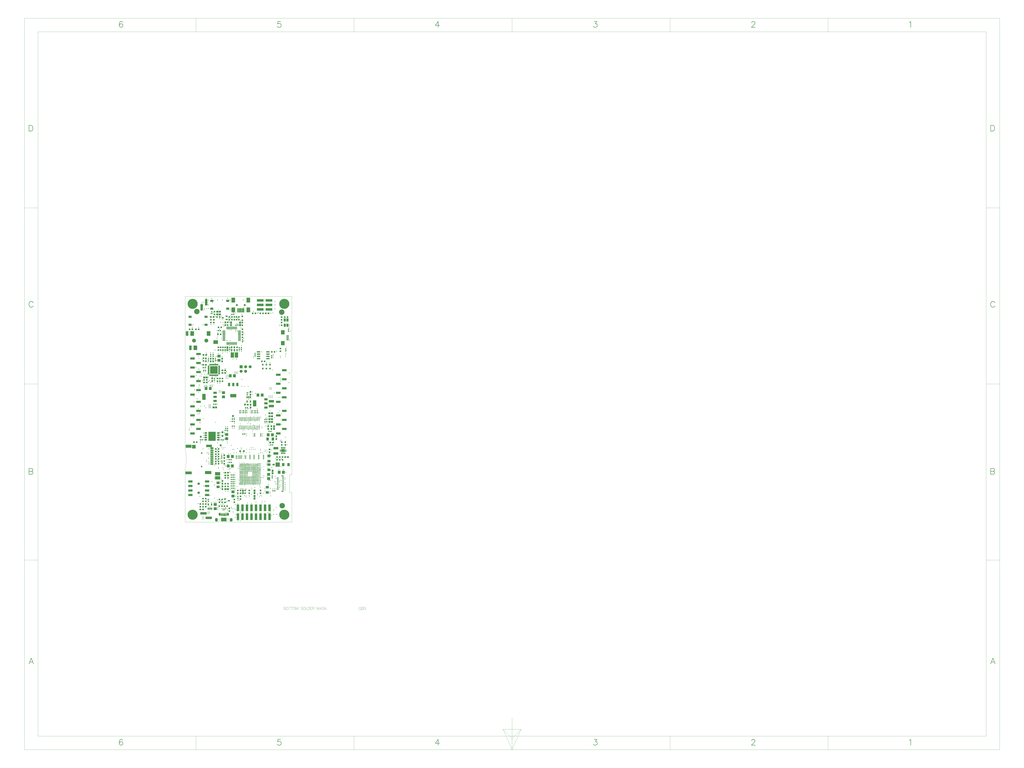
<source format=gbs>
G04*
G04 #@! TF.GenerationSoftware,Altium Limited,Altium Designer,20.2.6 (244)*
G04*
G04 Layer_Color=16711935*
%FSLAX43Y43*%
%MOMM*%
G71*
G04*
G04 #@! TF.SameCoordinates,ADE9251E-79DE-46AD-AD66-6379AD971F3A*
G04*
G04*
G04 #@! TF.FilePolarity,Negative*
G04*
G01*
G75*
%ADD14C,0.102*%
%ADD15C,0.025*%
%ADD16C,0.254*%
%ADD20R,0.965X1.041*%
%ADD21C,0.305*%
%ADD22R,0.711X0.711*%
%ADD23R,0.940X0.965*%
%ADD24R,0.965X0.940*%
%ADD25C,3.048*%
%ADD26C,1.346*%
%ADD27C,2.159*%
%ADD28C,0.864*%
%ADD29O,1.549X2.057*%
%ADD30O,1.219X1.753*%
%ADD31C,1.143*%
%ADD32C,5.664*%
%ADD33C,1.676*%
%ADD34R,1.676X1.676*%
%ADD35C,0.457*%
%ADD36C,0.406*%
%ADD37C,0.356*%
%ADD137R,1.956X2.845*%
%ADD138R,2.845X1.956*%
%ADD139R,1.753X1.448*%
%ADD140R,1.422X3.835*%
%ADD141R,3.835X1.422*%
%ADD142R,1.422X3.581*%
%ADD143R,3.581X1.422*%
%ADD144C,1.168*%
%ADD145R,2.565X1.168*%
%ADD146R,2.438X1.168*%
%ADD147R,0.787X1.295*%
%ADD148R,1.295X0.787*%
%ADD149R,1.168X1.956*%
%ADD150R,3.454X1.956*%
%ADD151R,1.956X3.454*%
%ADD152R,1.956X1.168*%
%ADD153R,0.559X0.940*%
%ADD154P,0.192X8X22.5*%
%ADD155R,1.930X0.711*%
%ADD156R,0.965X0.965*%
%ADD157O,0.965X0.432*%
%ADD158O,0.432X0.965*%
%ADD159R,4.267X4.267*%
%ADD160R,1.372X2.642*%
%ADD161R,2.159X2.642*%
%ADD162R,2.642X2.159*%
%ADD163R,1.676X1.168*%
%ADD164R,2.057X2.108*%
%ADD165R,3.658X1.753*%
%ADD166R,3.251X1.346*%
%ADD167R,1.753X0.965*%
%ADD168R,1.753X0.991*%
%ADD169R,3.581X1.549*%
%ADD170R,3.226X1.676*%
%ADD171R,0.559X1.499*%
%ADD172R,3.048X2.159*%
%ADD173R,2.159X2.667*%
%ADD174R,0.660X2.413*%
%ADD175R,0.432X1.499*%
%ADD176R,1.499X0.432*%
%ADD177R,1.270X1.651*%
%ADD178R,1.450X0.900*%
%ADD179R,4.100X5.100*%
%ADD180C,0.500*%
%ADD181R,0.965X0.457*%
%ADD182R,1.270X0.559*%
%ADD183R,2.159X2.337*%
%ADD184R,1.397X0.432*%
%ADD185R,1.295X0.965*%
%ADD186R,2.438X2.413*%
%ADD187R,2.900X1.450*%
%ADD188R,1.700X1.550*%
%ADD189C,0.559*%
%ADD190C,0.401*%
%ADD191R,2.692X1.321*%
%ADD192R,1.321X1.676*%
%ADD193R,1.676X1.321*%
%ADD194R,1.041X0.965*%
%ADD195R,1.550X1.700*%
G36*
X24638Y18034D02*
X23717D01*
X23209Y18542D01*
X23717Y19050D01*
X24638D01*
Y18034D01*
D02*
G37*
G36*
X23095Y18682D02*
X22953Y18540D01*
X23459Y18034D01*
X22098D01*
Y19050D01*
X23463D01*
X23095Y18682D01*
D02*
G37*
G36*
X33020Y16923D02*
X32652Y17291D01*
X32510Y17433D01*
X32004Y16927D01*
Y18288D01*
X33020D01*
Y16923D01*
D02*
G37*
G36*
Y16669D02*
Y15748D01*
X32004D01*
Y16669D01*
X32512Y17177D01*
X33020Y16669D01*
D02*
G37*
G36*
X39497Y14319D02*
X38989Y13811D01*
X38481Y14319D01*
Y15240D01*
X39497D01*
Y14319D01*
D02*
G37*
G36*
X38849Y13697D02*
X38991Y13555D01*
X39497Y14061D01*
Y12700D01*
X38481D01*
Y14065D01*
X38849Y13697D01*
D02*
G37*
G36*
X39497Y16923D02*
X39129Y17291D01*
X38987Y17433D01*
X38481Y16927D01*
Y18288D01*
X39497D01*
Y16923D01*
D02*
G37*
G36*
Y16669D02*
Y15748D01*
X38481D01*
Y16669D01*
X38989Y17177D01*
X39497Y16669D01*
D02*
G37*
G36*
X49657Y28543D02*
X49149Y28035D01*
X48641Y28543D01*
Y29464D01*
X49657D01*
Y28543D01*
D02*
G37*
G36*
X49009Y27921D02*
X49151Y27779D01*
X49657Y28285D01*
Y26924D01*
X48641D01*
Y28289D01*
X49009Y27921D01*
D02*
G37*
G36*
X56118Y40784D02*
X57018D01*
Y40384D01*
X56118D01*
Y40134D01*
X57018D01*
Y39734D01*
X56118D01*
Y39459D01*
X54118D01*
Y39734D01*
X53218D01*
Y40134D01*
X54118D01*
Y40384D01*
X53218D01*
Y40784D01*
X54118D01*
Y41059D01*
X56118D01*
Y40784D01*
D02*
G37*
G36*
X50546Y53118D02*
X50178Y53486D01*
X50036Y53628D01*
X49530Y53122D01*
Y54483D01*
X50546D01*
Y53118D01*
D02*
G37*
G36*
Y52864D02*
Y51943D01*
X49530D01*
Y52864D01*
X50038Y53372D01*
X50546Y52864D01*
D02*
G37*
G36*
X49403Y57404D02*
X48482D01*
X47974Y57912D01*
X48482Y58420D01*
X49403D01*
Y57404D01*
D02*
G37*
G36*
X47860Y58052D02*
X47718Y57910D01*
X48224Y57404D01*
X46863D01*
Y58420D01*
X48228D01*
X47860Y58052D01*
D02*
G37*
G36*
X49403Y55880D02*
X48482D01*
X47974Y56388D01*
X48482Y56896D01*
X49403D01*
Y55880D01*
D02*
G37*
G36*
X47860Y56528D02*
X47718Y56386D01*
X48224Y55880D01*
X46863D01*
Y56896D01*
X48228D01*
X47860Y56528D01*
D02*
G37*
G36*
X20066Y117856D02*
X18701D01*
X19069Y118224D01*
X19211Y118366D01*
X18705Y118872D01*
X20066D01*
Y117856D01*
D02*
G37*
G36*
X18955Y118364D02*
X18447Y117856D01*
X17526D01*
Y118872D01*
X18447D01*
X18955Y118364D01*
D02*
G37*
G36*
X20066Y116332D02*
X19145D01*
X18637Y116840D01*
X19145Y117348D01*
X20066D01*
Y116332D01*
D02*
G37*
G36*
X18523Y116980D02*
X18381Y116838D01*
X18887Y116332D01*
X17526D01*
Y117348D01*
X18891D01*
X18523Y116980D01*
D02*
G37*
G36*
X26289Y111982D02*
X25781Y111474D01*
X25273Y111982D01*
Y112903D01*
X26289D01*
Y111982D01*
D02*
G37*
G36*
X31369Y111411D02*
X31001Y111779D01*
X30859Y111921D01*
X30353Y111415D01*
Y112776D01*
X31369D01*
Y111411D01*
D02*
G37*
G36*
X25641Y111360D02*
X25783Y111218D01*
X26289Y111724D01*
Y110363D01*
X25273D01*
Y111728D01*
X25641Y111360D01*
D02*
G37*
G36*
X31369Y111157D02*
Y110236D01*
X30353D01*
Y111157D01*
X30861Y111665D01*
X31369Y111157D01*
D02*
G37*
G36*
X24257Y97885D02*
X23749Y97377D01*
X23241Y97885D01*
Y98806D01*
X24257D01*
Y97885D01*
D02*
G37*
G36*
X23609Y97263D02*
X23751Y97121D01*
X24257Y97627D01*
Y96266D01*
X23241D01*
Y97631D01*
X23609Y97263D01*
D02*
G37*
G36*
X12700Y80899D02*
X11335D01*
X11703Y81267D01*
X11845Y81409D01*
X11339Y81915D01*
X12700D01*
Y80899D01*
D02*
G37*
G36*
X11589Y81407D02*
X11081Y80899D01*
X10160D01*
Y81915D01*
X11081D01*
X11589Y81407D01*
D02*
G37*
G36*
X17907Y64008D02*
X16542D01*
X16910Y64376D01*
X17052Y64518D01*
X16546Y65024D01*
X17907D01*
Y64008D01*
D02*
G37*
G36*
X16796Y64516D02*
X16288Y64008D01*
X15367D01*
Y65024D01*
X16288D01*
X16796Y64516D01*
D02*
G37*
G36*
X49403Y60706D02*
X48482D01*
X47974Y61214D01*
X48482Y61722D01*
X49403D01*
Y60706D01*
D02*
G37*
G36*
X47860Y61354D02*
X47718Y61212D01*
X48224Y60706D01*
X46863D01*
Y61722D01*
X48228D01*
X47860Y61354D01*
D02*
G37*
G36*
X49403Y59055D02*
X48482D01*
X47974Y59563D01*
X48482Y60071D01*
X49403D01*
Y59055D01*
D02*
G37*
G36*
X47860Y59703D02*
X47718Y59561D01*
X48224Y59055D01*
X46863D01*
Y60071D01*
X48228D01*
X47860Y59703D01*
D02*
G37*
D14*
X97403Y-49145D02*
X97330Y-49217D01*
X97403Y-49290D01*
X97475Y-49217D01*
X97403Y-49145D01*
X98897Y-48129D02*
X98825Y-47984D01*
X98680Y-47839D01*
X98534Y-47766D01*
X98244D01*
X98099Y-47839D01*
X97954Y-47984D01*
X97881Y-48129D01*
X97809Y-48347D01*
Y-48710D01*
X97881Y-48927D01*
X97954Y-49072D01*
X98099Y-49217D01*
X98244Y-49290D01*
X98534D01*
X98680Y-49217D01*
X98825Y-49072D01*
X98897Y-48927D01*
Y-48710D01*
X98534D02*
X98897D01*
X99245Y-47766D02*
Y-49290D01*
Y-47766D02*
X99898D01*
X100116Y-47839D01*
X100189Y-47911D01*
X100261Y-48057D01*
Y-48202D01*
X100189Y-48347D01*
X100116Y-48419D01*
X99898Y-48492D01*
X99245D02*
X99898D01*
X100116Y-48564D01*
X100189Y-48637D01*
X100261Y-48782D01*
Y-49000D01*
X100189Y-49145D01*
X100116Y-49217D01*
X99898Y-49290D01*
X99245D01*
X101618Y-47984D02*
X101473Y-47839D01*
X101255Y-47766D01*
X100965D01*
X100747Y-47839D01*
X100602Y-47984D01*
Y-48129D01*
X100675Y-48274D01*
X100747Y-48347D01*
X100892Y-48419D01*
X101328Y-48564D01*
X101473Y-48637D01*
X101546Y-48710D01*
X101618Y-48855D01*
Y-49072D01*
X101473Y-49217D01*
X101255Y-49290D01*
X100965D01*
X100747Y-49217D01*
X100602Y-49072D01*
X55499Y-47752D02*
Y-49276D01*
Y-47752D02*
X56152D01*
X56370Y-47825D01*
X56442Y-47897D01*
X56515Y-48043D01*
Y-48188D01*
X56442Y-48333D01*
X56370Y-48405D01*
X56152Y-48478D01*
X55499D02*
X56152D01*
X56370Y-48550D01*
X56442Y-48623D01*
X56515Y-48768D01*
Y-48986D01*
X56442Y-49131D01*
X56370Y-49203D01*
X56152Y-49276D01*
X55499D01*
X57291Y-47752D02*
X57146Y-47825D01*
X57001Y-47970D01*
X56928Y-48115D01*
X56856Y-48333D01*
Y-48696D01*
X56928Y-48913D01*
X57001Y-49058D01*
X57146Y-49203D01*
X57291Y-49276D01*
X57581D01*
X57726Y-49203D01*
X57872Y-49058D01*
X57944Y-48913D01*
X58017Y-48696D01*
Y-48333D01*
X57944Y-48115D01*
X57872Y-47970D01*
X57726Y-47825D01*
X57581Y-47752D01*
X57291D01*
X58880D02*
Y-49276D01*
X58372Y-47752D02*
X59388D01*
X60077D02*
Y-49276D01*
X59569Y-47752D02*
X60585D01*
X61202D02*
X61057Y-47825D01*
X60912Y-47970D01*
X60839Y-48115D01*
X60767Y-48333D01*
Y-48696D01*
X60839Y-48913D01*
X60912Y-49058D01*
X61057Y-49203D01*
X61202Y-49276D01*
X61492D01*
X61637Y-49203D01*
X61782Y-49058D01*
X61855Y-48913D01*
X61927Y-48696D01*
Y-48333D01*
X61855Y-48115D01*
X61782Y-47970D01*
X61637Y-47825D01*
X61492Y-47752D01*
X61202D01*
X62283D02*
Y-49276D01*
Y-47752D02*
X62863Y-49276D01*
X63444Y-47752D02*
X62863Y-49276D01*
X63444Y-47752D02*
Y-49276D01*
X66092Y-47970D02*
X65947Y-47825D01*
X65729Y-47752D01*
X65439D01*
X65221Y-47825D01*
X65076Y-47970D01*
Y-48115D01*
X65149Y-48260D01*
X65221Y-48333D01*
X65367Y-48405D01*
X65802Y-48550D01*
X65947Y-48623D01*
X66020Y-48696D01*
X66092Y-48841D01*
Y-49058D01*
X65947Y-49203D01*
X65729Y-49276D01*
X65439D01*
X65221Y-49203D01*
X65076Y-49058D01*
X66869Y-47752D02*
X66723Y-47825D01*
X66578Y-47970D01*
X66506Y-48115D01*
X66433Y-48333D01*
Y-48696D01*
X66506Y-48913D01*
X66578Y-49058D01*
X66723Y-49203D01*
X66869Y-49276D01*
X67159D01*
X67304Y-49203D01*
X67449Y-49058D01*
X67522Y-48913D01*
X67594Y-48696D01*
Y-48333D01*
X67522Y-48115D01*
X67449Y-47970D01*
X67304Y-47825D01*
X67159Y-47752D01*
X66869D01*
X67950D02*
Y-49276D01*
X68820D01*
X68987Y-47752D02*
Y-49276D01*
Y-47752D02*
X69495D01*
X69713Y-47825D01*
X69858Y-47970D01*
X69930Y-48115D01*
X70003Y-48333D01*
Y-48696D01*
X69930Y-48913D01*
X69858Y-49058D01*
X69713Y-49203D01*
X69495Y-49276D01*
X68987D01*
X71287Y-47752D02*
X70344D01*
Y-49276D01*
X71287D01*
X70344Y-48478D02*
X70924D01*
X71541Y-47752D02*
Y-49276D01*
Y-47752D02*
X72194D01*
X72412Y-47825D01*
X72484Y-47897D01*
X72557Y-48043D01*
Y-48188D01*
X72484Y-48333D01*
X72412Y-48405D01*
X72194Y-48478D01*
X71541D01*
X72049D02*
X72557Y-49276D01*
X74095Y-47752D02*
Y-49276D01*
Y-47752D02*
X74676Y-49276D01*
X75256Y-47752D02*
X74676Y-49276D01*
X75256Y-47752D02*
Y-49276D01*
X76852D02*
X76272Y-47752D01*
X75691Y-49276D01*
X75909Y-48768D02*
X76635D01*
X78224Y-47970D02*
X78078Y-47825D01*
X77861Y-47752D01*
X77571D01*
X77353Y-47825D01*
X77208Y-47970D01*
Y-48115D01*
X77280Y-48260D01*
X77353Y-48333D01*
X77498Y-48405D01*
X77933Y-48550D01*
X78078Y-48623D01*
X78151Y-48696D01*
X78224Y-48841D01*
Y-49058D01*
X78078Y-49203D01*
X77861Y-49276D01*
X77571D01*
X77353Y-49203D01*
X77208Y-49058D01*
X78565Y-47752D02*
Y-49276D01*
X79580Y-47752D02*
X78565Y-48768D01*
X78927Y-48405D02*
X79580Y-49276D01*
D15*
X59746Y26797D02*
G03*
X60000Y27051I0J254D01*
G01*
X0Y29845D02*
G03*
X0Y41402I-25591J5779D01*
G01*
X60000Y16510D02*
G03*
X59746Y16764I-254J0D01*
G01*
X58713Y17018D02*
G03*
X58967Y16764I254J0D01*
G01*
Y26797D02*
G03*
X58713Y26543I0J-254D01*
G01*
X-90424Y-128016D02*
Y283464D01*
X458216D01*
Y-128016D02*
Y283464D01*
X-90424Y-128016D02*
X458216D01*
X183896Y275844D02*
Y283464D01*
Y-128016D02*
X188976Y-116586D01*
X178816D02*
X188976D01*
X178816D02*
X183896Y-128016D01*
Y-110236D01*
Y-121666D02*
X188976Y-116586D01*
X178816D02*
X183896Y-121666D01*
X450596Y176784D02*
X458216D01*
X450596Y77724D02*
X458216D01*
X450596Y-21336D02*
X458216D01*
X361696Y-128016D02*
Y-120396D01*
X272796Y-128016D02*
Y-120396D01*
X183896Y-128016D02*
Y-120396D01*
X94996Y-128016D02*
Y-120396D01*
X6096Y-128016D02*
Y-120396D01*
X361696Y275844D02*
Y283464D01*
X272796Y275844D02*
Y283464D01*
X94996Y275844D02*
Y283464D01*
X6096Y275844D02*
Y283464D01*
X-90424Y176784D02*
X-82804D01*
X-90424Y77724D02*
X-82804D01*
X-90424Y-21336D02*
X-82804D01*
X326136Y-120396D02*
X450596D01*
Y123444D01*
X-82804Y275844D02*
X450596D01*
Y82804D02*
Y275844D01*
Y123444D02*
Y219964D01*
X-82804Y-120396D02*
X326136D01*
X-82804D02*
Y275844D01*
X-90424Y-21336D02*
X-82804D01*
X450596Y77724D02*
X458216D01*
X361696Y275844D02*
Y283464D01*
X-90424Y176784D02*
X-82804D01*
X6096Y-128016D02*
Y-120396D01*
X450596Y-21336D02*
X458216D01*
X326136Y-120396D02*
X450596D01*
Y123444D01*
X-90424Y-128016D02*
Y283464D01*
X458216D01*
Y-128016D02*
Y283464D01*
X-90424Y-128016D02*
X458216D01*
X272796D02*
Y-120396D01*
X-82804D02*
Y275844D01*
X183896Y-128016D02*
Y-120396D01*
Y-121666D02*
X188976Y-116586D01*
X178816D02*
X183896Y-121666D01*
Y-128016D02*
X188976Y-116586D01*
X178816D02*
X188976D01*
X178816D02*
X183896Y-128016D01*
Y-110236D01*
X361696Y-128016D02*
Y-120396D01*
X-90424Y77724D02*
X-82804D01*
X272796Y275844D02*
Y283464D01*
X450596Y176784D02*
X458216D01*
X94996Y275844D02*
Y283464D01*
X183896Y275844D02*
Y283464D01*
X450596Y123444D02*
Y219964D01*
X-82804Y275844D02*
X450596D01*
Y82804D02*
Y275844D01*
X6096D02*
Y283464D01*
X-82804Y-120396D02*
X326136D01*
X94996Y-128016D02*
Y-120396D01*
X0Y41402D02*
Y127000D01*
X60000D01*
Y27051D02*
Y127000D01*
Y27051D02*
Y127000D01*
X0D02*
X60000D01*
X0Y41402D02*
Y127000D01*
Y0D02*
Y29845D01*
Y0D02*
X18917D01*
Y1785D01*
X19017Y1885D01*
X19667D01*
X19767Y1785D01*
Y0D02*
Y1785D01*
Y0D02*
X23667D01*
Y1785D01*
X23767Y1885D01*
X24417D01*
X24517Y1785D01*
Y0D02*
Y1785D01*
Y0D02*
X60000D01*
Y16510D01*
X58967Y16764D02*
X59746D01*
X58713Y17018D02*
Y26543D01*
X58967Y26797D02*
X59746D01*
X58967D02*
X59746D01*
D16*
X453136Y223265D02*
Y219964D01*
Y223265D02*
X454236D01*
X454708Y223108D01*
X455022Y222794D01*
X455180Y222479D01*
X455337Y222008D01*
Y221222D01*
X455180Y220750D01*
X455022Y220436D01*
X454708Y220121D01*
X454236Y219964D01*
X453136D01*
X455494Y123419D02*
X455337Y123734D01*
X455022Y124048D01*
X454708Y124205D01*
X454079D01*
X453765Y124048D01*
X453450Y123734D01*
X453293Y123419D01*
X453136Y122948D01*
Y122162D01*
X453293Y121690D01*
X453450Y121376D01*
X453765Y121061D01*
X454079Y120904D01*
X454708D01*
X455022Y121061D01*
X455337Y121376D01*
X455494Y121690D01*
X453136Y30225D02*
Y26924D01*
Y30225D02*
X454551D01*
X455022Y30068D01*
X455180Y29911D01*
X455337Y29596D01*
Y29282D01*
X455180Y28968D01*
X455022Y28810D01*
X454551Y28653D01*
X453136D02*
X454551D01*
X455022Y28496D01*
X455180Y28339D01*
X455337Y28024D01*
Y27553D01*
X455180Y27238D01*
X455022Y27081D01*
X454551Y26924D01*
X453136D01*
X455651Y-79756D02*
X454394Y-76455D01*
X453136Y-79756D01*
X453608Y-78656D02*
X455180D01*
X407416Y-122804D02*
X407730Y-122646D01*
X408202Y-122175D01*
Y-125476D01*
X318673Y-122961D02*
Y-122804D01*
X318830Y-122489D01*
X318988Y-122332D01*
X319302Y-122175D01*
X319931D01*
X320245Y-122332D01*
X320402Y-122489D01*
X320560Y-122804D01*
Y-123118D01*
X320402Y-123432D01*
X320088Y-123904D01*
X318516Y-125476D01*
X320717D01*
X229930Y-122175D02*
X231660D01*
X230716Y-123432D01*
X231188D01*
X231502Y-123590D01*
X231660Y-123747D01*
X231817Y-124218D01*
Y-124533D01*
X231660Y-125004D01*
X231345Y-125319D01*
X230874Y-125476D01*
X230402D01*
X229930Y-125319D01*
X229773Y-125162D01*
X229616Y-124847D01*
X142288Y-122175D02*
X140716Y-124376D01*
X143074D01*
X142288Y-122175D02*
Y-125476D01*
X53702Y-122175D02*
X52130D01*
X51973Y-123590D01*
X52130Y-123432D01*
X52602Y-123275D01*
X53074D01*
X53545Y-123432D01*
X53860Y-123747D01*
X54017Y-124218D01*
Y-124533D01*
X53860Y-125004D01*
X53545Y-125319D01*
X53074Y-125476D01*
X52602D01*
X52130Y-125319D01*
X51973Y-125162D01*
X51816Y-124847D01*
X-35198Y-122646D02*
X-35355Y-122332D01*
X-35826Y-122175D01*
X-36141D01*
X-36612Y-122332D01*
X-36927Y-122804D01*
X-37084Y-123590D01*
Y-124376D01*
X-36927Y-125004D01*
X-36612Y-125319D01*
X-36141Y-125476D01*
X-35984D01*
X-35512Y-125319D01*
X-35198Y-125004D01*
X-35040Y-124533D01*
Y-124376D01*
X-35198Y-123904D01*
X-35512Y-123590D01*
X-35984Y-123432D01*
X-36141D01*
X-36612Y-123590D01*
X-36927Y-123904D01*
X-37084Y-124376D01*
X407416Y281056D02*
X407730Y281214D01*
X408202Y281685D01*
Y278384D01*
X318673Y280899D02*
Y281056D01*
X318830Y281371D01*
X318988Y281528D01*
X319302Y281685D01*
X319931D01*
X320245Y281528D01*
X320402Y281371D01*
X320560Y281056D01*
Y280742D01*
X320402Y280428D01*
X320088Y279956D01*
X318516Y278384D01*
X320717D01*
X229930Y281685D02*
X231660D01*
X230716Y280428D01*
X231188D01*
X231502Y280270D01*
X231660Y280113D01*
X231817Y279642D01*
Y279327D01*
X231660Y278856D01*
X231345Y278541D01*
X230874Y278384D01*
X230402D01*
X229930Y278541D01*
X229773Y278698D01*
X229616Y279013D01*
X142288Y281685D02*
X140716Y279484D01*
X143074D01*
X142288Y281685D02*
Y278384D01*
X53702Y281685D02*
X52130D01*
X51973Y280270D01*
X52130Y280428D01*
X52602Y280585D01*
X53074D01*
X53545Y280428D01*
X53860Y280113D01*
X54017Y279642D01*
Y279327D01*
X53860Y278856D01*
X53545Y278541D01*
X53074Y278384D01*
X52602D01*
X52130Y278541D01*
X51973Y278698D01*
X51816Y279013D01*
X-35198Y281214D02*
X-35355Y281528D01*
X-35826Y281685D01*
X-36141D01*
X-36612Y281528D01*
X-36927Y281056D01*
X-37084Y280270D01*
Y279484D01*
X-36927Y278856D01*
X-36612Y278541D01*
X-36141Y278384D01*
X-35984D01*
X-35512Y278541D01*
X-35198Y278856D01*
X-35040Y279327D01*
Y279484D01*
X-35198Y279956D01*
X-35512Y280270D01*
X-35984Y280428D01*
X-36141D01*
X-36612Y280270D01*
X-36927Y279956D01*
X-37084Y279484D01*
X-85369Y-79756D02*
X-86626Y-76455D01*
X-87884Y-79756D01*
X-87412Y-78656D02*
X-85840D01*
X-87884Y30225D02*
Y26924D01*
Y30225D02*
X-86469D01*
X-85998Y30068D01*
X-85840Y29911D01*
X-85683Y29596D01*
Y29282D01*
X-85840Y28968D01*
X-85998Y28810D01*
X-86469Y28653D01*
X-87884D02*
X-86469D01*
X-85998Y28496D01*
X-85840Y28339D01*
X-85683Y28024D01*
Y27553D01*
X-85840Y27238D01*
X-85998Y27081D01*
X-86469Y26924D01*
X-87884D01*
X-85526Y123419D02*
X-85683Y123734D01*
X-85998Y124048D01*
X-86312Y124205D01*
X-86941D01*
X-87255Y124048D01*
X-87570Y123734D01*
X-87727Y123419D01*
X-87884Y122948D01*
Y122162D01*
X-87727Y121690D01*
X-87570Y121376D01*
X-87255Y121061D01*
X-86941Y120904D01*
X-86312D01*
X-85998Y121061D01*
X-85683Y121376D01*
X-85526Y121690D01*
X-87884Y223265D02*
Y219964D01*
Y223265D02*
X-86784D01*
X-86312Y223108D01*
X-85998Y222794D01*
X-85840Y222479D01*
X-85683Y222008D01*
Y221222D01*
X-85840Y220750D01*
X-85998Y220436D01*
X-86312Y220121D01*
X-86784Y219964D01*
X-87884D01*
X-85369Y-79756D02*
X-86626Y-76455D01*
X-87884Y-79756D01*
X-87412Y-78656D02*
X-85840D01*
X453136Y223265D02*
Y219964D01*
Y223265D02*
X454236D01*
X454708Y223108D01*
X455022Y222794D01*
X455180Y222479D01*
X455337Y222008D01*
Y221222D01*
X455180Y220750D01*
X455022Y220436D01*
X454708Y220121D01*
X454236Y219964D01*
X453136D01*
X-85526Y123419D02*
X-85683Y123734D01*
X-85998Y124048D01*
X-86312Y124205D01*
X-86941D01*
X-87255Y124048D01*
X-87570Y123734D01*
X-87727Y123419D01*
X-87884Y122948D01*
Y122162D01*
X-87727Y121690D01*
X-87570Y121376D01*
X-87255Y121061D01*
X-86941Y120904D01*
X-86312D01*
X-85998Y121061D01*
X-85683Y121376D01*
X-85526Y121690D01*
X407416Y281056D02*
X407730Y281214D01*
X408202Y281685D01*
Y278384D01*
X53702Y-122175D02*
X52130D01*
X51973Y-123590D01*
X52130Y-123432D01*
X52602Y-123275D01*
X53074D01*
X53545Y-123432D01*
X53860Y-123747D01*
X54017Y-124218D01*
Y-124533D01*
X53860Y-125004D01*
X53545Y-125319D01*
X53074Y-125476D01*
X52602D01*
X52130Y-125319D01*
X51973Y-125162D01*
X51816Y-124847D01*
X455494Y123419D02*
X455337Y123734D01*
X455022Y124048D01*
X454708Y124205D01*
X454079D01*
X453765Y124048D01*
X453450Y123734D01*
X453293Y123419D01*
X453136Y122948D01*
Y122162D01*
X453293Y121690D01*
X453450Y121376D01*
X453765Y121061D01*
X454079Y120904D01*
X454708D01*
X455022Y121061D01*
X455337Y121376D01*
X455494Y121690D01*
X142288Y-122175D02*
X140716Y-124376D01*
X143074D01*
X142288Y-122175D02*
Y-125476D01*
X318673Y280899D02*
Y281056D01*
X318830Y281371D01*
X318988Y281528D01*
X319302Y281685D01*
X319931D01*
X320245Y281528D01*
X320402Y281371D01*
X320560Y281056D01*
Y280742D01*
X320402Y280428D01*
X320088Y279956D01*
X318516Y278384D01*
X320717D01*
X-35198Y281214D02*
X-35355Y281528D01*
X-35826Y281685D01*
X-36141D01*
X-36612Y281528D01*
X-36927Y281056D01*
X-37084Y280270D01*
Y279484D01*
X-36927Y278856D01*
X-36612Y278541D01*
X-36141Y278384D01*
X-35984D01*
X-35512Y278541D01*
X-35198Y278856D01*
X-35040Y279327D01*
Y279484D01*
X-35198Y279956D01*
X-35512Y280270D01*
X-35984Y280428D01*
X-36141D01*
X-36612Y280270D01*
X-36927Y279956D01*
X-37084Y279484D01*
X-87884Y223265D02*
Y219964D01*
Y223265D02*
X-86784D01*
X-86312Y223108D01*
X-85998Y222794D01*
X-85840Y222479D01*
X-85683Y222008D01*
Y221222D01*
X-85840Y220750D01*
X-85998Y220436D01*
X-86312Y220121D01*
X-86784Y219964D01*
X-87884D01*
X53702Y281685D02*
X52130D01*
X51973Y280270D01*
X52130Y280428D01*
X52602Y280585D01*
X53074D01*
X53545Y280428D01*
X53860Y280113D01*
X54017Y279642D01*
Y279327D01*
X53860Y278856D01*
X53545Y278541D01*
X53074Y278384D01*
X52602D01*
X52130Y278541D01*
X51973Y278698D01*
X51816Y279013D01*
X-35198Y-122646D02*
X-35355Y-122332D01*
X-35826Y-122175D01*
X-36141D01*
X-36612Y-122332D01*
X-36927Y-122804D01*
X-37084Y-123590D01*
Y-124376D01*
X-36927Y-125004D01*
X-36612Y-125319D01*
X-36141Y-125476D01*
X-35984D01*
X-35512Y-125319D01*
X-35198Y-125004D01*
X-35040Y-124533D01*
Y-124376D01*
X-35198Y-123904D01*
X-35512Y-123590D01*
X-35984Y-123432D01*
X-36141D01*
X-36612Y-123590D01*
X-36927Y-123904D01*
X-37084Y-124376D01*
X229930Y-122175D02*
X231660D01*
X230716Y-123432D01*
X231188D01*
X231502Y-123590D01*
X231660Y-123747D01*
X231817Y-124218D01*
Y-124533D01*
X231660Y-125004D01*
X231345Y-125319D01*
X230874Y-125476D01*
X230402D01*
X229930Y-125319D01*
X229773Y-125162D01*
X229616Y-124847D01*
X453136Y30225D02*
Y26924D01*
Y30225D02*
X454551D01*
X455022Y30068D01*
X455180Y29911D01*
X455337Y29596D01*
Y29282D01*
X455180Y28968D01*
X455022Y28810D01*
X454551Y28653D01*
X453136D02*
X454551D01*
X455022Y28496D01*
X455180Y28339D01*
X455337Y28024D01*
Y27553D01*
X455180Y27238D01*
X455022Y27081D01*
X454551Y26924D01*
X453136D01*
X229930Y281685D02*
X231660D01*
X230716Y280428D01*
X231188D01*
X231502Y280270D01*
X231660Y280113D01*
X231817Y279642D01*
Y279327D01*
X231660Y278856D01*
X231345Y278541D01*
X230874Y278384D01*
X230402D01*
X229930Y278541D01*
X229773Y278698D01*
X229616Y279013D01*
X455651Y-79756D02*
X454394Y-76455D01*
X453136Y-79756D01*
X453608Y-78656D02*
X455180D01*
X-87884Y30225D02*
Y26924D01*
Y30225D02*
X-86469D01*
X-85998Y30068D01*
X-85840Y29911D01*
X-85683Y29596D01*
Y29282D01*
X-85840Y28968D01*
X-85998Y28810D01*
X-86469Y28653D01*
X-87884D02*
X-86469D01*
X-85998Y28496D01*
X-85840Y28339D01*
X-85683Y28024D01*
Y27553D01*
X-85840Y27238D01*
X-85998Y27081D01*
X-86469Y26924D01*
X-87884D01*
X407416Y-122804D02*
X407730Y-122646D01*
X408202Y-122175D01*
Y-125476D01*
X142288Y281685D02*
X140716Y279484D01*
X143074D01*
X142288Y281685D02*
Y278384D01*
X318673Y-122961D02*
Y-122804D01*
X318830Y-122489D01*
X318988Y-122332D01*
X319302Y-122175D01*
X319931D01*
X320245Y-122332D01*
X320402Y-122489D01*
X320560Y-122804D01*
Y-123118D01*
X320402Y-123432D01*
X320088Y-123904D01*
X318516Y-125476D01*
X320717D01*
D20*
X51308Y46736D02*
D03*
Y48260D02*
D03*
X11684Y90551D02*
D03*
Y92075D02*
D03*
X46736Y53975D02*
D03*
Y52451D02*
D03*
X48514Y53975D02*
D03*
Y52451D02*
D03*
X21971Y37592D02*
D03*
Y36068D02*
D03*
X22606Y112395D02*
D03*
Y110871D02*
D03*
X27686Y98298D02*
D03*
Y96774D02*
D03*
X20828Y91948D02*
D03*
Y90424D02*
D03*
X20955Y20066D02*
D03*
Y18542D02*
D03*
Y23114D02*
D03*
Y21590D02*
D03*
X15748Y91948D02*
D03*
Y90424D02*
D03*
X14351Y91948D02*
D03*
Y90424D02*
D03*
X36830Y66040D02*
D03*
Y64516D02*
D03*
X26162Y98298D02*
D03*
Y96774D02*
D03*
X15240Y80899D02*
D03*
Y79375D02*
D03*
X36703Y73279D02*
D03*
Y71755D02*
D03*
D21*
X19558Y118364D02*
D03*
X18034D02*
D03*
X24130Y18542D02*
D03*
X22606D02*
D03*
X30861Y110744D02*
D03*
Y112268D02*
D03*
X17399Y64516D02*
D03*
X15875D02*
D03*
X23749Y98298D02*
D03*
Y96774D02*
D03*
X47371Y61214D02*
D03*
X48895D02*
D03*
Y57912D02*
D03*
X47371D02*
D03*
X38989Y13208D02*
D03*
Y14732D02*
D03*
X50038Y52451D02*
D03*
Y53975D02*
D03*
X32512Y17780D02*
D03*
Y16256D02*
D03*
X49149Y28956D02*
D03*
Y27432D02*
D03*
X12192Y81407D02*
D03*
X10668D02*
D03*
X48895Y59563D02*
D03*
X47371D02*
D03*
Y56388D02*
D03*
X48895D02*
D03*
X38989Y16256D02*
D03*
Y17780D02*
D03*
X25781Y110871D02*
D03*
Y112395D02*
D03*
X19558Y116840D02*
D03*
X18034D02*
D03*
D22*
X15748Y94361D02*
D03*
Y93345D02*
D03*
X8636Y46355D02*
D03*
X9652D02*
D03*
X27305Y25273D02*
D03*
X26289D02*
D03*
X16129Y66294D02*
D03*
X17145D02*
D03*
X23876Y51562D02*
D03*
X22860D02*
D03*
X27305Y26543D02*
D03*
X26289D02*
D03*
X34036Y37084D02*
D03*
Y36068D02*
D03*
X20574Y37084D02*
D03*
Y36068D02*
D03*
X24892Y33655D02*
D03*
X25908D02*
D03*
X28829Y37084D02*
D03*
Y36068D02*
D03*
X38735Y37084D02*
D03*
Y36068D02*
D03*
X27305Y19054D02*
D03*
X26289D02*
D03*
X27305Y24003D02*
D03*
X26289D02*
D03*
X27559Y56642D02*
D03*
X26543D02*
D03*
X30861Y62611D02*
D03*
Y61595D02*
D03*
X27559Y57912D02*
D03*
X26543D02*
D03*
X27559Y53975D02*
D03*
X26543D02*
D03*
X42545Y49530D02*
D03*
Y48514D02*
D03*
X45974Y57658D02*
D03*
X44958D02*
D03*
X34925Y72771D02*
D03*
Y71755D02*
D03*
X11430Y86868D02*
D03*
X10414D02*
D03*
X11430Y85344D02*
D03*
X10414D02*
D03*
X49149Y43434D02*
D03*
X48133D02*
D03*
X50419Y17653D02*
D03*
X49403D02*
D03*
X48260Y51054D02*
D03*
X47244D02*
D03*
X23876Y52705D02*
D03*
X22860D02*
D03*
X21336Y46355D02*
D03*
X20320D02*
D03*
X58166Y108458D02*
D03*
Y107442D02*
D03*
X16510Y80899D02*
D03*
Y79883D02*
D03*
X17018Y91821D02*
D03*
Y90805D02*
D03*
X13081Y91821D02*
D03*
Y90805D02*
D03*
X25019Y98044D02*
D03*
Y97028D02*
D03*
X48641Y93599D02*
D03*
Y92583D02*
D03*
X35052Y64389D02*
D03*
X34036D02*
D03*
X31623Y98044D02*
D03*
Y97028D02*
D03*
X32258Y102489D02*
D03*
Y101473D02*
D03*
X29591Y110744D02*
D03*
X28575D02*
D03*
X19812Y107696D02*
D03*
X18796D02*
D03*
X40513Y62611D02*
D03*
Y61595D02*
D03*
X39116Y49530D02*
D03*
Y48514D02*
D03*
X37592Y62611D02*
D03*
Y61595D02*
D03*
X45974Y56515D02*
D03*
X44958D02*
D03*
X33528Y49530D02*
D03*
X32512D02*
D03*
X34163Y62611D02*
D03*
Y61595D02*
D03*
X39370Y62611D02*
D03*
Y61595D02*
D03*
X32639Y62611D02*
D03*
Y61595D02*
D03*
X36449Y37084D02*
D03*
Y36068D02*
D03*
X27305Y20320D02*
D03*
X26289D02*
D03*
X30353Y37084D02*
D03*
Y36068D02*
D03*
X27305Y21590D02*
D03*
X26289D02*
D03*
X41402Y37084D02*
D03*
Y36068D02*
D03*
X49022Y24892D02*
D03*
Y25908D02*
D03*
X27305Y22733D02*
D03*
X26289D02*
D03*
X31369Y37084D02*
D03*
Y36068D02*
D03*
X44069Y37084D02*
D03*
Y36068D02*
D03*
X24892Y35179D02*
D03*
X25908D02*
D03*
X14986Y118364D02*
D03*
Y117348D02*
D03*
X56642Y97409D02*
D03*
Y96393D02*
D03*
X29718Y14351D02*
D03*
Y13335D02*
D03*
X20701Y34290D02*
D03*
Y33274D02*
D03*
X30480Y98044D02*
D03*
Y97028D02*
D03*
X39370Y94488D02*
D03*
Y93472D02*
D03*
X27305Y116840D02*
D03*
X26289D02*
D03*
X13081Y12700D02*
D03*
Y11684D02*
D03*
X14351Y94361D02*
D03*
Y93345D02*
D03*
D23*
X57531Y115316D02*
D03*
X56007D02*
D03*
X20320Y109601D02*
D03*
X18796D02*
D03*
X24130Y24892D02*
D03*
X22606D02*
D03*
X7620Y108458D02*
D03*
X6096D02*
D03*
X20701Y9017D02*
D03*
X19177D02*
D03*
X23622D02*
D03*
X22098D02*
D03*
X12192Y80010D02*
D03*
X10668D02*
D03*
X44704Y90424D02*
D03*
X43180D02*
D03*
X19939Y105664D02*
D03*
X18415D02*
D03*
X39497Y117475D02*
D03*
X37973D02*
D03*
X18796Y34163D02*
D03*
X17272D02*
D03*
X18796Y32893D02*
D03*
X17272D02*
D03*
X50292Y95758D02*
D03*
X48768D02*
D03*
X24130Y21590D02*
D03*
X22606D02*
D03*
X24130Y20066D02*
D03*
X22606D02*
D03*
X18796Y38227D02*
D03*
X17272D02*
D03*
X18796Y35560D02*
D03*
X17272D02*
D03*
X6477Y44958D02*
D03*
X4953D02*
D03*
X18796Y41148D02*
D03*
X17272D02*
D03*
X19431Y115443D02*
D03*
X17907D02*
D03*
X18796Y39751D02*
D03*
X17272D02*
D03*
X4064Y108458D02*
D03*
X2540D02*
D03*
X43815Y117475D02*
D03*
X42291D02*
D03*
X18796Y36830D02*
D03*
X17272D02*
D03*
D24*
X28956Y113919D02*
D03*
Y115443D02*
D03*
X10033Y13259D02*
D03*
Y11735D02*
D03*
X47498Y40894D02*
D03*
Y39370D02*
D03*
X42418Y17780D02*
D03*
Y16256D02*
D03*
X21971Y34417D02*
D03*
Y32893D02*
D03*
X54229Y112268D02*
D03*
Y110744D02*
D03*
X11557Y10160D02*
D03*
Y8636D02*
D03*
Y13259D02*
D03*
Y11735D02*
D03*
X10287Y92202D02*
D03*
Y90678D02*
D03*
X54229Y115316D02*
D03*
Y113792D02*
D03*
X26289Y115443D02*
D03*
Y113919D02*
D03*
X31115Y17780D02*
D03*
Y16256D02*
D03*
X20955Y80772D02*
D03*
Y79248D02*
D03*
X24892Y7747D02*
D03*
Y6223D02*
D03*
X8509Y10160D02*
D03*
Y8636D02*
D03*
X27686Y12700D02*
D03*
Y11176D02*
D03*
X32258Y105410D02*
D03*
Y103886D02*
D03*
X22479Y98298D02*
D03*
Y96774D02*
D03*
X54356Y44958D02*
D03*
Y43434D02*
D03*
X29591Y17780D02*
D03*
Y16256D02*
D03*
X21209Y98298D02*
D03*
Y96774D02*
D03*
X51689Y36576D02*
D03*
Y35052D02*
D03*
X23876Y112395D02*
D03*
Y110871D02*
D03*
X20828Y12700D02*
D03*
Y11176D02*
D03*
X36068Y17780D02*
D03*
Y16256D02*
D03*
X33782Y17780D02*
D03*
Y16256D02*
D03*
X19558Y80772D02*
D03*
Y79248D02*
D03*
X18161Y80772D02*
D03*
Y79248D02*
D03*
X10033Y10160D02*
D03*
Y8636D02*
D03*
X19304Y12700D02*
D03*
Y11176D02*
D03*
X32258Y108458D02*
D03*
Y106934D02*
D03*
X18669Y98298D02*
D03*
Y96774D02*
D03*
X19939Y98298D02*
D03*
Y96774D02*
D03*
X53213Y36576D02*
D03*
Y35052D02*
D03*
X53594Y97663D02*
D03*
Y96139D02*
D03*
X32131Y112268D02*
D03*
Y110744D02*
D03*
X56388Y44958D02*
D03*
Y43434D02*
D03*
X54737Y36576D02*
D03*
Y35052D02*
D03*
X16129Y113792D02*
D03*
Y112268D02*
D03*
X14478Y113792D02*
D03*
Y112268D02*
D03*
X31115Y14478D02*
D03*
Y12954D02*
D03*
X24892Y115443D02*
D03*
Y113919D02*
D03*
X30226Y115443D02*
D03*
Y113919D02*
D03*
X27686Y115443D02*
D03*
Y113919D02*
D03*
X16510Y118364D02*
D03*
Y116840D02*
D03*
X29210Y98298D02*
D03*
Y96774D02*
D03*
D25*
X54610Y9271D02*
D03*
X54356Y118110D02*
D03*
X6604Y118491D02*
D03*
D26*
X7620Y16510D02*
D03*
Y21590D02*
D03*
D27*
X4953Y102108D02*
D03*
X11953D02*
D03*
D28*
X9271Y31242D02*
D03*
Y38792D02*
D03*
D29*
X25867Y1280D02*
D03*
X17567D02*
D03*
D30*
X19442Y4460D02*
D03*
X23992D02*
D03*
D31*
X29118Y122151D02*
D03*
X33518D02*
D03*
D32*
X4191Y4191D02*
D03*
Y122809D02*
D03*
X55809D02*
D03*
Y4191D02*
D03*
D33*
X31496Y84836D02*
D03*
X34036D02*
D03*
Y87376D02*
D03*
X36576D02*
D03*
D34*
X31496D02*
D03*
D35*
X25273Y31509D02*
D03*
X25019Y96012D02*
D03*
X24912Y99207D02*
D03*
X24663Y113081D02*
D03*
X24384Y38354D02*
D03*
X24130Y35179D02*
D03*
X24003Y82550D02*
D03*
Y81788D02*
D03*
Y80899D02*
D03*
Y33528D02*
D03*
X23931Y125802D02*
D03*
X23876Y50800D02*
D03*
X23749Y95631D02*
D03*
Y53696D02*
D03*
X23470Y11570D02*
D03*
X23368Y47879D02*
D03*
Y35179D02*
D03*
X23290Y84709D02*
D03*
X23114Y82550D02*
D03*
Y80899D02*
D03*
X23109Y81765D02*
D03*
X23017Y5334D02*
D03*
X22860Y8280D02*
D03*
Y53721D02*
D03*
Y31496D02*
D03*
X22479Y95885D02*
D03*
Y86360D02*
D03*
X22339Y32017D02*
D03*
X22174Y46736D02*
D03*
X22098Y51562D02*
D03*
Y50241D02*
D03*
Y49276D02*
D03*
X21565Y27813D02*
D03*
X21336Y111125D02*
D03*
X21209Y95885D02*
D03*
Y45644D02*
D03*
X21125Y113919D02*
D03*
X21082Y94996D02*
D03*
X20955Y124968D02*
D03*
X20828Y93091D02*
D03*
X20701Y106934D02*
D03*
X20447Y7620D02*
D03*
X20320Y24257D02*
D03*
X20193Y10033D02*
D03*
X20066Y11938D02*
D03*
Y73914D02*
D03*
Y73152D02*
D03*
X20041Y19202D02*
D03*
X19990Y112446D02*
D03*
X19964Y22301D02*
D03*
X19939Y34290D02*
D03*
X19788Y35790D02*
D03*
X19558Y78232D02*
D03*
X19431Y114427D02*
D03*
X19329Y108509D02*
D03*
X19177Y73914D02*
D03*
Y73152D02*
D03*
X18669Y94869D02*
D03*
X18415Y106553D02*
D03*
X18288Y124968D02*
D03*
Y8070D02*
D03*
Y7211D02*
D03*
X18161Y78232D02*
D03*
X18148Y44536D02*
D03*
X18136Y41986D02*
D03*
X18059Y34874D02*
D03*
X18058Y39083D02*
D03*
X18057Y40482D02*
D03*
X18034Y37465D02*
D03*
X17932Y103581D02*
D03*
X17907Y107696D02*
D03*
Y66294D02*
D03*
X17729Y93218D02*
D03*
Y90932D02*
D03*
X17379Y81808D02*
D03*
X17272Y11227D02*
D03*
X17018Y92837D02*
D03*
X16969Y89388D02*
D03*
X16764Y96774D02*
D03*
X16612Y32029D02*
D03*
X16510Y78842D02*
D03*
X16434Y20980D02*
D03*
X16383Y24765D02*
D03*
Y11227D02*
D03*
X15748Y95377D02*
D03*
X15723Y117678D02*
D03*
X15561Y77038D02*
D03*
X15367Y123546D02*
D03*
X15291Y76352D02*
D03*
X15037Y22860D02*
D03*
X14931Y125802D02*
D03*
X14920Y11049D02*
D03*
X14735Y77035D02*
D03*
X14478Y111125D02*
D03*
Y78613D02*
D03*
X14402Y76378D02*
D03*
X14351Y95377D02*
D03*
X14224Y65913D02*
D03*
Y65151D02*
D03*
X14199Y64389D02*
D03*
X14122Y117348D02*
D03*
X13970Y8636D02*
D03*
X13939Y77000D02*
D03*
X13843Y79629D02*
D03*
X13589Y5715D02*
D03*
Y4953D02*
D03*
X13462Y65913D02*
D03*
Y65151D02*
D03*
Y64389D02*
D03*
Y41275D02*
D03*
X13208Y120269D02*
D03*
X13081Y124841D02*
D03*
Y92837D02*
D03*
Y79121D02*
D03*
Y38217D02*
D03*
Y36017D02*
D03*
X12954Y122301D02*
D03*
X12827Y89916D02*
D03*
Y5715D02*
D03*
Y4953D02*
D03*
X12370Y76378D02*
D03*
X12319Y12446D02*
D03*
X12192Y120117D02*
D03*
X11989Y77013D02*
D03*
X11811Y125984D02*
D03*
Y95123D02*
D03*
X11608Y76378D02*
D03*
X11430Y84582D02*
D03*
X11422Y87681D02*
D03*
X11100Y77013D02*
D03*
X10795Y120117D02*
D03*
X10719Y76378D02*
D03*
X10541Y20320D02*
D03*
X10414Y1905D02*
D03*
Y84582D02*
D03*
Y2794D02*
D03*
X10160Y123825D02*
D03*
Y50139D02*
D03*
X10097Y111062D02*
D03*
X10084Y41275D02*
D03*
X9652Y1905D02*
D03*
Y2794D02*
D03*
X9601Y86868D02*
D03*
X9271Y123190D02*
D03*
X9169Y88519D02*
D03*
X8636Y45466D02*
D03*
X8534Y44628D02*
D03*
X8255Y14478D02*
D03*
X7620Y109601D02*
D03*
X7493Y80416D02*
D03*
X7366Y10414D02*
D03*
X6731Y69342D02*
D03*
X5994Y86995D02*
D03*
X59182Y107442D02*
D03*
X58801Y102362D02*
D03*
X58699Y110767D02*
D03*
X58674Y83820D02*
D03*
X58420Y109347D02*
D03*
Y78486D02*
D03*
X56642Y94996D02*
D03*
Y28067D02*
D03*
X56226Y22317D02*
D03*
Y21117D02*
D03*
Y19917D02*
D03*
Y18117D02*
D03*
X55499Y29464D02*
D03*
X54102Y23517D02*
D03*
Y70231D02*
D03*
X53594Y93345D02*
D03*
X5334Y74397D02*
D03*
X53086Y19431D02*
D03*
Y110744D02*
D03*
X52705Y29591D02*
D03*
X52426Y35839D02*
D03*
X51584Y4318D02*
D03*
X51460Y96215D02*
D03*
X51232Y24765D02*
D03*
X50648Y25730D02*
D03*
X50546Y22860D02*
D03*
Y124079D02*
D03*
Y122174D02*
D03*
Y120015D02*
D03*
X50419Y18669D02*
D03*
X50215Y72771D02*
D03*
X50038Y55347D02*
D03*
X49809Y4369D02*
D03*
X49759Y6807D02*
D03*
X49530Y94361D02*
D03*
Y93599D02*
D03*
Y92583D02*
D03*
X49403Y18644D02*
D03*
X49022Y70993D02*
D03*
Y70104D02*
D03*
X48743Y30886D02*
D03*
X48641Y3683D02*
D03*
X48387Y75565D02*
D03*
Y74803D02*
D03*
X48133Y117475D02*
D03*
Y70993D02*
D03*
Y70104D02*
D03*
X48108Y5613D02*
D03*
X47955Y23368D02*
D03*
X47879Y19050D02*
D03*
X47752Y17069D02*
D03*
Y89637D02*
D03*
X47625Y16256D02*
D03*
Y75565D02*
D03*
Y74803D02*
D03*
X47473Y38481D02*
D03*
X47244Y70993D02*
D03*
Y70104D02*
D03*
X47168Y23343D02*
D03*
X47117Y36271D02*
D03*
X46736Y54991D02*
D03*
X45974Y58547D02*
D03*
Y55753D02*
D03*
X45923Y32334D02*
D03*
X45720Y89611D02*
D03*
X45568Y54051D02*
D03*
X45212Y58547D02*
D03*
X44958Y55753D02*
D03*
X44907Y17551D02*
D03*
X44069Y37795D02*
D03*
X4381Y111062D02*
D03*
X43586Y48514D02*
D03*
X43561Y49530D02*
D03*
X43180Y95758D02*
D03*
X41402Y37795D02*
D03*
X41300Y61595D02*
D03*
X41148Y117856D02*
D03*
X4064Y109474D02*
D03*
X40513Y117475D02*
D03*
Y63627D02*
D03*
X39624Y72390D02*
D03*
X38735Y37846D02*
D03*
X38608Y118453D02*
D03*
X38557Y61595D02*
D03*
X38456Y62611D02*
D03*
X38303Y48514D02*
D03*
X38252Y49555D02*
D03*
X37719Y73279D02*
D03*
X36830Y63627D02*
D03*
X36703Y61595D02*
D03*
X36678Y62611D02*
D03*
X36449Y37846D02*
D03*
X36068Y15113D02*
D03*
X35814Y72771D02*
D03*
Y69215D02*
D03*
Y63881D02*
D03*
X35052Y63627D02*
D03*
Y62611D02*
D03*
Y61595D02*
D03*
X34519Y49733D02*
D03*
X34493Y48666D02*
D03*
X34036Y63627D02*
D03*
X33655Y66929D02*
D03*
X33401Y61574D02*
D03*
X33350Y62636D02*
D03*
X33325Y14910D02*
D03*
X33249Y37156D02*
D03*
X33020Y106172D02*
D03*
Y101854D02*
D03*
X32918Y120752D02*
D03*
X32893Y103124D02*
D03*
X32639Y124968D02*
D03*
X32512Y18796D02*
D03*
X32080Y37171D02*
D03*
X31877Y116840D02*
D03*
X31623Y99314D02*
D03*
Y96012D02*
D03*
Y62636D02*
D03*
Y61595D02*
D03*
X31369Y109220D02*
D03*
X31242Y5588D02*
D03*
X31115Y113411D02*
D03*
X30480Y96266D02*
D03*
X30353Y12192D02*
D03*
X29718Y111506D02*
D03*
Y10338D02*
D03*
Y840D02*
D03*
X29591Y15367D02*
D03*
Y12192D02*
D03*
Y37084D02*
D03*
X29337Y84455D02*
D03*
Y83693D02*
D03*
X29312Y95834D02*
D03*
X29007Y91846D02*
D03*
X28829Y111506D02*
D03*
X28575Y84455D02*
D03*
Y83693D02*
D03*
Y6858D02*
D03*
Y4318D02*
D03*
X28461Y14605D02*
D03*
X28412Y107986D02*
D03*
X28194Y9957D02*
D03*
Y2540D02*
D03*
X28016Y18339D02*
D03*
X27813Y84455D02*
D03*
Y83693D02*
D03*
X27737Y55651D02*
D03*
X27686Y95758D02*
D03*
X27559Y58674D02*
D03*
Y52832D02*
D03*
X27102Y5715D02*
D03*
X27068Y117619D02*
D03*
X26924Y91821D02*
D03*
X26543Y58674D02*
D03*
Y52832D02*
D03*
X26162Y95758D02*
D03*
X25654Y56642D02*
D03*
X25603Y18136D02*
D03*
X25531Y21590D02*
D03*
Y20320D02*
D03*
Y26543D02*
D03*
X25527Y25260D02*
D03*
Y24105D02*
D03*
Y22860D02*
D03*
X25502Y19054D02*
D03*
X25446Y119426D02*
D03*
X25412Y102096D02*
D03*
X25400Y124968D02*
D03*
D36*
X25150Y30289D02*
D03*
X25146Y29654D02*
D03*
X24954Y28257D02*
D03*
X24912Y108184D02*
D03*
X24765Y112395D02*
D03*
X24320Y114681D02*
D03*
X24232Y29604D02*
D03*
X24130Y23851D02*
D03*
Y17297D02*
D03*
X23876Y102108D02*
D03*
Y6858D02*
D03*
X23749Y44450D02*
D03*
X2375Y52451D02*
D03*
Y51689D02*
D03*
X23622Y45339D02*
D03*
X23153Y102152D02*
D03*
X23139Y7595D02*
D03*
X22606Y17272D02*
D03*
X22454Y42037D02*
D03*
X21768Y38684D02*
D03*
X21730Y10163D02*
D03*
X21717Y110236D02*
D03*
X21641Y29642D02*
D03*
X21387Y42012D02*
D03*
X21336Y41199D02*
D03*
X21285Y112395D02*
D03*
X21209Y30607D02*
D03*
X21069Y10147D02*
D03*
X20574Y37795D02*
D03*
X20523Y38456D02*
D03*
X20475Y103152D02*
D03*
X20472Y41961D02*
D03*
X20447Y115976D02*
D03*
X19939Y50139D02*
D03*
X19875Y47599D02*
D03*
X19851Y48869D02*
D03*
X18898Y119634D02*
D03*
X18796Y30861D02*
D03*
Y30226D02*
D03*
X18288Y104652D02*
D03*
X18161Y12497D02*
D03*
X17780Y87249D02*
D03*
Y85598D02*
D03*
Y83947D02*
D03*
X17145Y56134D02*
D03*
X17018Y115951D02*
D03*
X16510Y13589D02*
D03*
X16129Y124587D02*
D03*
Y111125D02*
D03*
Y87249D02*
D03*
Y85598D02*
D03*
Y83947D02*
D03*
X15240Y81788D02*
D03*
X14605Y85598D02*
D03*
X14478Y87249D02*
D03*
Y83947D02*
D03*
X13970Y14986D02*
D03*
X13462Y32639D02*
D03*
X13437Y33274D02*
D03*
X13335Y34036D02*
D03*
X13144Y81534D02*
D03*
X12929Y38961D02*
D03*
X12319Y11049D02*
D03*
Y83348D02*
D03*
X12294Y39014D02*
D03*
X12065Y34798D02*
D03*
X12040Y34036D02*
D03*
X11811Y93218D02*
D03*
X11557Y64389D02*
D03*
X11049Y83160D02*
D03*
X10795Y65405D02*
D03*
X10541Y119253D02*
D03*
X10312Y46329D02*
D03*
X10288Y47600D02*
D03*
X10287Y58293D02*
D03*
Y48869D02*
D03*
X9754Y79629D02*
D03*
X9601Y91516D02*
D03*
X9093Y83363D02*
D03*
Y82169D02*
D03*
X8763Y65151D02*
D03*
X8407Y82118D02*
D03*
X8382Y56261D02*
D03*
Y55626D02*
D03*
X8001Y77216D02*
D03*
X7899Y61519D02*
D03*
Y60833D02*
D03*
X7874Y76581D02*
D03*
X7798Y92075D02*
D03*
X7747Y85598D02*
D03*
Y75565D02*
D03*
X7722Y86233D02*
D03*
X7620Y73000D02*
D03*
X7556Y93345D02*
D03*
Y63881D02*
D03*
X6960Y60909D02*
D03*
X6350Y82677D02*
D03*
X57277Y43434D02*
D03*
X56896Y98552D02*
D03*
X56642Y94107D02*
D03*
X56515Y92964D02*
D03*
X56261Y19050D02*
D03*
Y47752D02*
D03*
X56134Y24892D02*
D03*
Y24117D02*
D03*
X54381Y61189D02*
D03*
X54229Y46101D02*
D03*
X54102Y54991D02*
D03*
Y35750D02*
D03*
X53975Y57531D02*
D03*
Y31242D02*
D03*
X53848Y80899D02*
D03*
Y80010D02*
D03*
Y79248D02*
D03*
X53594Y92456D02*
D03*
X53569Y46101D02*
D03*
X53543Y45466D02*
D03*
X53349Y20847D02*
D03*
Y20186D02*
D03*
X53340Y62611D02*
D03*
X53197Y23247D02*
D03*
Y22586D02*
D03*
X52832Y70231D02*
D03*
X52388Y61468D02*
D03*
X51308Y18669D02*
D03*
X51181Y8255D02*
D03*
X51054Y35750D02*
D03*
X51052Y22047D02*
D03*
Y21387D02*
D03*
X50292Y58801D02*
D03*
X4953Y70612D02*
D03*
Y67691D02*
D03*
X49403Y117729D02*
D03*
X49085Y85661D02*
D03*
X48387Y40640D02*
D03*
Y37465D02*
D03*
X48063Y14789D02*
D03*
X47676Y55220D02*
D03*
X47625Y62865D02*
D03*
X47269Y43891D02*
D03*
Y43028D02*
D03*
X47117Y5461D02*
D03*
X47015Y45288D02*
D03*
X4699Y58674D02*
D03*
X46431Y30607D02*
D03*
X46355Y5461D02*
D03*
X46203Y25679D02*
D03*
X46076Y33299D02*
D03*
X45974Y40513D02*
D03*
Y39497D02*
D03*
X45085Y60198D02*
D03*
X44958Y40513D02*
D03*
X44933Y39624D02*
D03*
X44856Y11659D02*
D03*
X44831Y18974D02*
D03*
X44298Y16282D02*
D03*
X44069Y35306D02*
D03*
X43332Y39141D02*
D03*
X43231Y11811D02*
D03*
X43180Y10795D02*
D03*
X43053Y14732D02*
D03*
X42545Y5461D02*
D03*
X42418Y14986D02*
D03*
X42393Y38964D02*
D03*
X42367Y41021D02*
D03*
Y40335D02*
D03*
X42291Y19583D02*
D03*
X41859Y20447D02*
D03*
X41783Y14351D02*
D03*
X41402Y38532D02*
D03*
Y35306D02*
D03*
X40615Y16053D02*
D03*
X40589Y15392D02*
D03*
X39878Y11303D02*
D03*
Y5461D02*
D03*
X39370Y95250D02*
D03*
Y40996D02*
D03*
X39116Y19431D02*
D03*
X38735Y35306D02*
D03*
X38481Y93218D02*
D03*
Y92456D02*
D03*
X38227Y41986D02*
D03*
Y41021D02*
D03*
X37973Y71755D02*
D03*
X37363Y18758D02*
D03*
Y15621D02*
D03*
X37338Y10490D02*
D03*
Y5588D02*
D03*
X37211Y41046D02*
D03*
X37186Y42037D02*
D03*
X36449Y35306D02*
D03*
X36170Y40919D02*
D03*
X36144Y39192D02*
D03*
X36119Y14326D02*
D03*
X3556Y53594D02*
D03*
X35433Y76327D02*
D03*
X35128Y10795D02*
D03*
X34823Y5563D02*
D03*
X34722Y40919D02*
D03*
X34569Y39167D02*
D03*
X34493Y18542D02*
D03*
X34290Y14859D02*
D03*
Y14148D02*
D03*
X33884Y18771D02*
D03*
X33274Y76327D02*
D03*
Y36068D02*
D03*
X32588Y38823D02*
D03*
X32258Y5639D02*
D03*
X32105Y36067D02*
D03*
X31877Y80391D02*
D03*
Y76454D02*
D03*
X31750Y18796D02*
D03*
X31572Y41783D02*
D03*
X31550Y41123D02*
D03*
X31115Y18796D02*
D03*
Y38799D02*
D03*
X30988Y914D02*
D03*
X30937Y6629D02*
D03*
X29591Y114681D02*
D03*
Y36068D02*
D03*
X29489Y41402D02*
D03*
X29362Y107925D02*
D03*
Y107152D02*
D03*
X28981Y39040D02*
D03*
X28321Y107188D02*
D03*
X28118Y25273D02*
D03*
Y24003D02*
D03*
Y21590D02*
D03*
Y19054D02*
D03*
Y26543D02*
D03*
X28092Y22936D02*
D03*
X28067Y117602D02*
D03*
X27991Y20320D02*
D03*
X27813Y7544D02*
D03*
X27483Y39040D02*
D03*
X27457Y40945D02*
D03*
X26924Y7544D02*
D03*
X26619Y40843D02*
D03*
X26035Y8509D02*
D03*
Y7874D02*
D03*
X25933Y43155D02*
D03*
X25912Y108081D02*
D03*
X25832Y30328D02*
D03*
X25527Y114681D02*
D03*
X25479Y27900D02*
D03*
X25451Y116357D02*
D03*
X25425Y38329D02*
D03*
D37*
X46863Y20828D02*
D03*
X46736Y21463D02*
D03*
X44399Y26060D02*
D03*
X44221Y24982D02*
D03*
X44145Y31267D02*
D03*
X44069Y29718D02*
D03*
X43853Y26061D02*
D03*
X43683Y24982D02*
D03*
X43180Y52959D02*
D03*
X43155Y53569D02*
D03*
X43078Y25019D02*
D03*
X42955Y30710D02*
D03*
X42582Y23851D02*
D03*
Y23051D02*
D03*
X42582Y22223D02*
D03*
X42545Y58776D02*
D03*
X42520Y25121D02*
D03*
X42426Y33028D02*
D03*
Y29028D02*
D03*
X42393Y29871D02*
D03*
X42172Y53649D02*
D03*
X42113Y59360D02*
D03*
X41732Y54737D02*
D03*
X41626Y33028D02*
D03*
Y29828D02*
D03*
Y29028D02*
D03*
Y27428D02*
D03*
X41372Y58403D02*
D03*
Y53649D02*
D03*
X40995Y59359D02*
D03*
X40869Y25874D02*
D03*
X40826Y24274D02*
D03*
Y23474D02*
D03*
Y33028D02*
D03*
Y32228D02*
D03*
Y30628D02*
D03*
Y29028D02*
D03*
Y28228D02*
D03*
X40640Y57658D02*
D03*
X40589Y53645D02*
D03*
X40572Y58403D02*
D03*
Y52049D02*
D03*
X40056Y27444D02*
D03*
Y25832D02*
D03*
X40030Y23442D02*
D03*
Y31428D02*
D03*
Y26670D02*
D03*
X40026Y25074D02*
D03*
Y24274D02*
D03*
Y22674D02*
D03*
Y32228D02*
D03*
Y29028D02*
D03*
Y28228D02*
D03*
X40005Y29845D02*
D03*
X39787Y52882D02*
D03*
X39772Y52049D02*
D03*
X39766Y57643D02*
D03*
X39370Y56693D02*
D03*
X39264Y31428D02*
D03*
X39260Y29062D02*
D03*
X39255Y28245D02*
D03*
X39243Y24232D02*
D03*
Y21844D02*
D03*
Y29845D02*
D03*
Y25832D02*
D03*
X39238Y22617D02*
D03*
X39226Y25074D02*
D03*
Y23474D02*
D03*
Y30628D02*
D03*
Y27428D02*
D03*
X38989Y57658D02*
D03*
Y53594D02*
D03*
X38972Y52849D02*
D03*
X38964Y54458D02*
D03*
X38595Y59385D02*
D03*
X38464Y31428D02*
D03*
X38445Y22702D02*
D03*
X38430Y24257D02*
D03*
Y25832D02*
D03*
X38426Y25074D02*
D03*
Y23474D02*
D03*
Y21874D02*
D03*
Y30628D02*
D03*
Y29828D02*
D03*
Y29028D02*
D03*
Y28228D02*
D03*
Y27428D02*
D03*
X38354Y20993D02*
D03*
Y54686D02*
D03*
X38176Y52019D02*
D03*
X37744Y51435D02*
D03*
X37672Y25874D02*
D03*
X37665Y22681D02*
D03*
X37664Y31428D02*
D03*
X37626Y25074D02*
D03*
Y24274D02*
D03*
Y23474D02*
D03*
Y21874D02*
D03*
Y30628D02*
D03*
Y29828D02*
D03*
Y29028D02*
D03*
X37414Y52832D02*
D03*
X37389Y57607D02*
D03*
X37372Y58403D02*
D03*
X37363Y19507D02*
D03*
X36855Y55524D02*
D03*
X36641Y55028D02*
D03*
X36614Y56845D02*
D03*
X36599Y53668D02*
D03*
X36576Y59258D02*
D03*
Y58445D02*
D03*
X36566Y57642D02*
D03*
X36072Y25074D02*
D03*
Y24274D02*
D03*
Y23474D02*
D03*
Y22674D02*
D03*
Y21874D02*
D03*
Y32228D02*
D03*
Y30628D02*
D03*
Y29828D02*
D03*
Y29028D02*
D03*
X36068Y31471D02*
D03*
X35839Y55905D02*
D03*
X35814Y57658D02*
D03*
Y56769D02*
D03*
X35789Y52823D02*
D03*
X35763Y52019D02*
D03*
X35757Y58434D02*
D03*
X35272Y25074D02*
D03*
Y24274D02*
D03*
Y33028D02*
D03*
Y32228D02*
D03*
Y30628D02*
D03*
Y29828D02*
D03*
Y29028D02*
D03*
X35255Y23444D02*
D03*
X35246Y22687D02*
D03*
X35234Y28228D02*
D03*
Y27428D02*
D03*
X34950Y55677D02*
D03*
X34492Y21846D02*
D03*
X34472Y25074D02*
D03*
Y24274D02*
D03*
Y23474D02*
D03*
Y22674D02*
D03*
Y33028D02*
D03*
Y32228D02*
D03*
Y31428D02*
D03*
Y30628D02*
D03*
Y29828D02*
D03*
Y29028D02*
D03*
Y25874D02*
D03*
X34434Y28228D02*
D03*
Y27428D02*
D03*
X34392Y59741D02*
D03*
X34218Y58403D02*
D03*
X34198Y57582D02*
D03*
X34188Y56845D02*
D03*
X34172Y53649D02*
D03*
X33833Y20921D02*
D03*
X33672Y25074D02*
D03*
Y24274D02*
D03*
Y23474D02*
D03*
Y22674D02*
D03*
Y32228D02*
D03*
Y31428D02*
D03*
Y30628D02*
D03*
Y29828D02*
D03*
Y29028D02*
D03*
Y25874D02*
D03*
X33655Y28270D02*
D03*
X33631Y21869D02*
D03*
X33630Y27435D02*
D03*
X33414Y53607D02*
D03*
X33401Y58420D02*
D03*
Y56769D02*
D03*
Y52832D02*
D03*
X33388Y57632D02*
D03*
X33249Y20918D02*
D03*
Y33195D02*
D03*
X32903Y30623D02*
D03*
X32872Y25074D02*
D03*
Y24274D02*
D03*
Y23474D02*
D03*
Y22674D02*
D03*
Y32228D02*
D03*
Y31428D02*
D03*
Y29845D02*
D03*
Y27428D02*
D03*
Y25874D02*
D03*
X32867Y29078D02*
D03*
X32765Y33551D02*
D03*
X32639Y52832D02*
D03*
Y51435D02*
D03*
X32618Y53649D02*
D03*
Y52049D02*
D03*
X32561Y57578D02*
D03*
X32530Y58442D02*
D03*
X32072Y25074D02*
D03*
Y24274D02*
D03*
Y23474D02*
D03*
Y22674D02*
D03*
Y21874D02*
D03*
Y21074D02*
D03*
Y33028D02*
D03*
Y32228D02*
D03*
Y31428D02*
D03*
Y29828D02*
D03*
Y29028D02*
D03*
Y28228D02*
D03*
Y27428D02*
D03*
Y25874D02*
D03*
X31876Y58422D02*
D03*
X31828Y53674D02*
D03*
X31818Y56849D02*
D03*
X31776Y52806D02*
D03*
X31765Y57641D02*
D03*
X31272Y25074D02*
D03*
Y24274D02*
D03*
Y22674D02*
D03*
Y21874D02*
D03*
Y21074D02*
D03*
Y32228D02*
D03*
Y31428D02*
D03*
Y28228D02*
D03*
Y27428D02*
D03*
Y25874D02*
D03*
X30988Y58445D02*
D03*
Y54574D02*
D03*
X30963Y57633D02*
D03*
X30940Y55601D02*
D03*
X30764Y33536D02*
D03*
X30472Y21874D02*
D03*
Y21074D02*
D03*
Y31428D02*
D03*
X30242Y23749D02*
D03*
X30226Y30251D02*
D03*
X30218Y53649D02*
D03*
Y52849D02*
D03*
X30201Y51943D02*
D03*
X29591Y30251D02*
D03*
X29185Y19964D02*
D03*
X27976Y27610D02*
D03*
D137*
X28836Y93980D02*
D03*
X26536D02*
D03*
D138*
X18288Y27185D02*
D03*
Y24885D02*
D03*
D139*
X18542Y19805D02*
D03*
Y22105D02*
D03*
D140*
X29718Y3113D02*
D03*
Y8063D02*
D03*
X32258Y3113D02*
D03*
Y8063D02*
D03*
X34798Y3113D02*
D03*
Y8063D02*
D03*
X37338Y3113D02*
D03*
Y8063D02*
D03*
X39878Y3113D02*
D03*
Y8063D02*
D03*
X42418Y3113D02*
D03*
Y8063D02*
D03*
X44958Y3113D02*
D03*
Y8063D02*
D03*
X47498Y3113D02*
D03*
Y8063D02*
D03*
D141*
X42229Y119634D02*
D03*
Y122174D02*
D03*
Y124714D02*
D03*
X47179Y119634D02*
D03*
Y122174D02*
D03*
Y124714D02*
D03*
D142*
X11811Y123761D02*
D03*
X9271Y120841D02*
D03*
D143*
X10351Y4953D02*
D03*
X13271Y2413D02*
D03*
D144*
X30988Y39878D02*
D03*
X8763Y48006D02*
D03*
X20955Y50546D02*
D03*
Y48514D02*
D03*
X19939Y43180D02*
D03*
X33020Y39878D02*
D03*
X26924Y59690D02*
D03*
D145*
X4128Y71755D02*
D03*
Y76835D02*
D03*
Y81915D02*
D03*
Y86995D02*
D03*
Y92075D02*
D03*
X7556Y74295D02*
D03*
Y79375D02*
D03*
Y84455D02*
D03*
Y89535D02*
D03*
Y94615D02*
D03*
X52388Y67691D02*
D03*
Y72771D02*
D03*
Y77851D02*
D03*
Y82931D02*
D03*
X55817Y70231D02*
D03*
Y75311D02*
D03*
Y80391D02*
D03*
Y85471D02*
D03*
X52388Y49911D02*
D03*
Y54991D02*
D03*
Y60071D02*
D03*
X55817Y52451D02*
D03*
Y57531D02*
D03*
Y62611D02*
D03*
X7556Y67691D02*
D03*
Y62611D02*
D03*
Y57531D02*
D03*
Y52451D02*
D03*
X4128Y65151D02*
D03*
Y60071D02*
D03*
Y54991D02*
D03*
Y49911D02*
D03*
D146*
X2922Y15240D02*
D03*
Y17780D02*
D03*
Y20320D02*
D03*
Y22860D02*
D03*
X12318Y15240D02*
D03*
Y17780D02*
D03*
Y20320D02*
D03*
Y22860D02*
D03*
D147*
X14920Y9963D02*
D03*
Y7563D02*
D03*
X13970D02*
D03*
X13020Y9963D02*
D03*
Y7563D02*
D03*
X34864Y67888D02*
D03*
Y70288D02*
D03*
X35814D02*
D03*
X36764Y67888D02*
D03*
Y70288D02*
D03*
D148*
X22395Y11115D02*
D03*
Y13015D02*
D03*
X24595Y12065D02*
D03*
X23325Y115885D02*
D03*
Y113985D02*
D03*
X21125Y114935D02*
D03*
D149*
X24751Y77445D02*
D03*
X29351D02*
D03*
X27051D02*
D03*
D150*
Y71145D02*
D03*
D151*
X39141Y66802D02*
D03*
X10566Y70485D02*
D03*
D152*
X45441Y64502D02*
D03*
Y66802D02*
D03*
Y69102D02*
D03*
X16866Y72785D02*
D03*
Y70485D02*
D03*
Y68185D02*
D03*
D153*
X54143Y38784D02*
D03*
Y41734D02*
D03*
X54793Y38784D02*
D03*
Y41734D02*
D03*
X55443Y38784D02*
D03*
Y41734D02*
D03*
X56093Y38784D02*
D03*
Y41734D02*
D03*
D154*
X55118Y40259D02*
D03*
D155*
X41318Y91948D02*
D03*
Y93218D02*
D03*
Y94488D02*
D03*
Y95758D02*
D03*
X46566Y91948D02*
D03*
Y93218D02*
D03*
Y94488D02*
D03*
Y95758D02*
D03*
D156*
X32131Y113556D02*
D03*
Y115806D02*
D03*
X45720Y88628D02*
D03*
Y86378D02*
D03*
X47752Y88628D02*
D03*
Y86378D02*
D03*
X43688Y88628D02*
D03*
Y86378D02*
D03*
D157*
X13179Y83348D02*
D03*
Y83848D02*
D03*
Y84348D02*
D03*
Y84848D02*
D03*
Y85348D02*
D03*
Y85848D02*
D03*
Y86348D02*
D03*
Y86848D02*
D03*
Y87348D02*
D03*
Y87848D02*
D03*
X19079Y83348D02*
D03*
Y83848D02*
D03*
Y84348D02*
D03*
Y84848D02*
D03*
Y85348D02*
D03*
Y85848D02*
D03*
Y86348D02*
D03*
Y86848D02*
D03*
Y87348D02*
D03*
Y87848D02*
D03*
D158*
X13879Y82648D02*
D03*
Y88548D02*
D03*
X14379Y82648D02*
D03*
Y88548D02*
D03*
X14879Y82648D02*
D03*
Y88548D02*
D03*
X15379Y82648D02*
D03*
Y88548D02*
D03*
X15879Y82648D02*
D03*
Y88548D02*
D03*
X16379Y82648D02*
D03*
Y88548D02*
D03*
X16879Y82648D02*
D03*
Y88548D02*
D03*
X17379Y82648D02*
D03*
Y88548D02*
D03*
X17879Y82648D02*
D03*
Y88548D02*
D03*
X18379Y82648D02*
D03*
Y88548D02*
D03*
D159*
X16129Y85598D02*
D03*
D160*
X2953Y98108D02*
D03*
X1053Y106108D02*
D03*
D161*
X3953D02*
D03*
X5753Y98108D02*
D03*
X13153Y106108D02*
D03*
D162*
X17203Y101308D02*
D03*
D163*
X23931Y124523D02*
D03*
Y120078D02*
D03*
X14931Y124523D02*
D03*
Y120078D02*
D03*
X11739Y115507D02*
D03*
Y111062D02*
D03*
X2739Y115507D02*
D03*
Y111062D02*
D03*
D164*
X4871Y42467D02*
D03*
D165*
X12921Y27842D02*
D03*
D166*
X13421Y42842D02*
D03*
D167*
X15071Y32717D02*
D03*
Y33817D02*
D03*
Y34917D02*
D03*
Y36017D02*
D03*
Y37117D02*
D03*
Y38217D02*
D03*
Y39317D02*
D03*
Y40417D02*
D03*
D168*
Y41567D02*
D03*
D169*
X1914Y27739D02*
D03*
D170*
X1921Y42692D02*
D03*
D171*
X20417Y4135D02*
D03*
X21067D02*
D03*
X21717D02*
D03*
X22367D02*
D03*
X23017D02*
D03*
D172*
X21717Y1460D02*
D03*
D173*
X27068Y119426D02*
D03*
Y124926D02*
D03*
X35568Y119426D02*
D03*
Y124926D02*
D03*
D174*
X29718Y119126D02*
D03*
X30518D02*
D03*
X31318D02*
D03*
X32118D02*
D03*
X32918D02*
D03*
D175*
X25412Y100552D02*
D03*
Y109252D02*
D03*
X25912Y100552D02*
D03*
Y109252D02*
D03*
X26412Y100552D02*
D03*
Y109252D02*
D03*
X26912Y100552D02*
D03*
Y109252D02*
D03*
X27412Y100552D02*
D03*
Y109252D02*
D03*
X27912Y100552D02*
D03*
Y109252D02*
D03*
X28412Y100552D02*
D03*
Y109252D02*
D03*
X28912Y100552D02*
D03*
Y109252D02*
D03*
X23412Y100552D02*
D03*
Y109252D02*
D03*
X23912Y100552D02*
D03*
Y109252D02*
D03*
X24412Y100552D02*
D03*
Y109252D02*
D03*
X24912Y100552D02*
D03*
Y109252D02*
D03*
D176*
X30512Y102152D02*
D03*
Y102652D02*
D03*
Y103152D02*
D03*
Y103652D02*
D03*
Y104152D02*
D03*
Y104652D02*
D03*
Y105152D02*
D03*
Y105652D02*
D03*
Y106152D02*
D03*
Y106652D02*
D03*
Y107152D02*
D03*
Y107652D02*
D03*
X21812Y102152D02*
D03*
Y102652D02*
D03*
Y103152D02*
D03*
Y103652D02*
D03*
Y104152D02*
D03*
Y104652D02*
D03*
Y105152D02*
D03*
Y105652D02*
D03*
Y106152D02*
D03*
Y106652D02*
D03*
Y107152D02*
D03*
Y107652D02*
D03*
D177*
X56055Y110767D02*
D03*
Y113767D02*
D03*
X57555Y110767D02*
D03*
Y113767D02*
D03*
D178*
X18700Y46350D02*
D03*
Y47620D02*
D03*
Y48890D02*
D03*
Y50160D02*
D03*
X11550Y46350D02*
D03*
Y47620D02*
D03*
Y48890D02*
D03*
Y50160D02*
D03*
D179*
X15125Y48255D02*
D03*
D180*
X30595Y58826D02*
D03*
Y58026D02*
D03*
Y57226D02*
D03*
Y54026D02*
D03*
Y53226D02*
D03*
Y52426D02*
D03*
X31395Y58826D02*
D03*
Y58026D02*
D03*
Y57226D02*
D03*
Y54026D02*
D03*
Y53226D02*
D03*
Y52426D02*
D03*
X32195Y58826D02*
D03*
Y58026D02*
D03*
Y57226D02*
D03*
Y54026D02*
D03*
Y53226D02*
D03*
Y52426D02*
D03*
X32995Y58826D02*
D03*
Y58026D02*
D03*
Y57226D02*
D03*
Y54026D02*
D03*
Y53226D02*
D03*
Y52426D02*
D03*
X33795Y58826D02*
D03*
Y58026D02*
D03*
Y57226D02*
D03*
Y54026D02*
D03*
Y53226D02*
D03*
Y52426D02*
D03*
X34595Y58826D02*
D03*
Y58026D02*
D03*
Y57226D02*
D03*
Y54026D02*
D03*
Y53226D02*
D03*
Y52426D02*
D03*
X35395Y58826D02*
D03*
Y58026D02*
D03*
Y57226D02*
D03*
Y54026D02*
D03*
Y53226D02*
D03*
Y52426D02*
D03*
X36195Y58826D02*
D03*
Y58026D02*
D03*
Y57226D02*
D03*
Y54026D02*
D03*
Y53226D02*
D03*
Y52426D02*
D03*
X36995Y58826D02*
D03*
Y58026D02*
D03*
Y57226D02*
D03*
Y54026D02*
D03*
Y53226D02*
D03*
Y52426D02*
D03*
X37795Y58826D02*
D03*
Y58026D02*
D03*
Y57226D02*
D03*
Y54026D02*
D03*
Y53226D02*
D03*
Y52426D02*
D03*
X38595Y58826D02*
D03*
Y58026D02*
D03*
Y57226D02*
D03*
Y54026D02*
D03*
Y53226D02*
D03*
Y52426D02*
D03*
X39395Y58826D02*
D03*
Y58026D02*
D03*
Y57226D02*
D03*
Y54026D02*
D03*
Y53226D02*
D03*
Y52426D02*
D03*
X40195Y58826D02*
D03*
Y58026D02*
D03*
Y57226D02*
D03*
Y54026D02*
D03*
Y53226D02*
D03*
Y52426D02*
D03*
X40995Y58826D02*
D03*
Y58026D02*
D03*
Y57226D02*
D03*
Y54026D02*
D03*
Y53226D02*
D03*
Y52426D02*
D03*
X41795Y58826D02*
D03*
Y58026D02*
D03*
Y57226D02*
D03*
Y54026D02*
D03*
Y53226D02*
D03*
Y52426D02*
D03*
D181*
X52175Y18417D02*
D03*
Y19017D02*
D03*
Y19617D02*
D03*
Y20217D02*
D03*
Y20817D02*
D03*
Y21417D02*
D03*
Y22017D02*
D03*
Y22617D02*
D03*
Y23217D02*
D03*
Y23817D02*
D03*
Y24417D02*
D03*
Y25017D02*
D03*
X55075Y18117D02*
D03*
Y18717D02*
D03*
Y19317D02*
D03*
Y19917D02*
D03*
Y20517D02*
D03*
Y21117D02*
D03*
Y21717D02*
D03*
Y22317D02*
D03*
Y22917D02*
D03*
Y23517D02*
D03*
Y24117D02*
D03*
Y24717D02*
D03*
Y25317D02*
D03*
D182*
X54725Y26017D02*
D03*
Y17417D02*
D03*
D183*
X54910Y100709D02*
D03*
Y106809D02*
D03*
D184*
X57635Y102509D02*
D03*
Y103009D02*
D03*
Y103509D02*
D03*
Y104009D02*
D03*
Y104509D02*
D03*
Y105009D02*
D03*
D185*
X49784Y32385D02*
D03*
D186*
X52070D02*
D03*
D187*
X48514Y68050D02*
D03*
Y65300D02*
D03*
D188*
X23368Y46958D02*
D03*
Y49308D02*
D03*
X26924Y14700D02*
D03*
Y17050D02*
D03*
X19000Y93375D02*
D03*
Y91025D02*
D03*
X46980Y24520D02*
D03*
Y26870D02*
D03*
X16891Y9938D02*
D03*
Y7588D02*
D03*
X21590Y72803D02*
D03*
Y70453D02*
D03*
D189*
X30849Y25451D02*
D03*
Y26251D02*
D03*
Y27051D02*
D03*
Y27851D02*
D03*
Y28651D02*
D03*
Y29451D02*
D03*
Y30251D02*
D03*
Y31051D02*
D03*
Y31851D02*
D03*
Y32651D02*
D03*
Y21451D02*
D03*
Y22251D02*
D03*
Y23051D02*
D03*
Y23851D02*
D03*
Y24651D02*
D03*
X31649Y25451D02*
D03*
Y26251D02*
D03*
Y27051D02*
D03*
Y27851D02*
D03*
Y28651D02*
D03*
Y29451D02*
D03*
Y30251D02*
D03*
Y31051D02*
D03*
Y31851D02*
D03*
Y32651D02*
D03*
Y21451D02*
D03*
Y22251D02*
D03*
Y23051D02*
D03*
Y23851D02*
D03*
Y24651D02*
D03*
X32449Y25451D02*
D03*
Y26251D02*
D03*
Y27051D02*
D03*
Y27851D02*
D03*
Y28651D02*
D03*
Y29451D02*
D03*
Y30251D02*
D03*
Y31051D02*
D03*
Y31851D02*
D03*
Y32651D02*
D03*
Y21451D02*
D03*
Y22251D02*
D03*
Y23051D02*
D03*
Y23851D02*
D03*
Y24651D02*
D03*
X33249Y25451D02*
D03*
Y26251D02*
D03*
Y27051D02*
D03*
Y27851D02*
D03*
Y28651D02*
D03*
Y29451D02*
D03*
Y30251D02*
D03*
Y31051D02*
D03*
Y31851D02*
D03*
Y32651D02*
D03*
Y21451D02*
D03*
Y22251D02*
D03*
Y23051D02*
D03*
Y23851D02*
D03*
Y24651D02*
D03*
X34049Y25451D02*
D03*
Y26251D02*
D03*
Y27051D02*
D03*
Y27851D02*
D03*
Y28651D02*
D03*
Y29451D02*
D03*
Y30251D02*
D03*
Y31051D02*
D03*
Y31851D02*
D03*
Y32651D02*
D03*
Y21451D02*
D03*
Y22251D02*
D03*
Y23051D02*
D03*
Y23851D02*
D03*
Y24651D02*
D03*
X34849Y25451D02*
D03*
Y26251D02*
D03*
Y27051D02*
D03*
Y27851D02*
D03*
Y28651D02*
D03*
Y29451D02*
D03*
Y30251D02*
D03*
Y31051D02*
D03*
Y31851D02*
D03*
Y32651D02*
D03*
Y21451D02*
D03*
Y22251D02*
D03*
Y23051D02*
D03*
Y23851D02*
D03*
Y24651D02*
D03*
X35649Y25451D02*
D03*
Y28651D02*
D03*
Y29451D02*
D03*
Y30251D02*
D03*
Y31051D02*
D03*
Y31851D02*
D03*
Y32651D02*
D03*
Y21451D02*
D03*
Y22251D02*
D03*
Y23051D02*
D03*
Y23851D02*
D03*
Y24651D02*
D03*
X36449Y25451D02*
D03*
Y28651D02*
D03*
Y29451D02*
D03*
Y30251D02*
D03*
Y31051D02*
D03*
Y31851D02*
D03*
Y32651D02*
D03*
Y21451D02*
D03*
Y22251D02*
D03*
Y23051D02*
D03*
Y23851D02*
D03*
Y24651D02*
D03*
X37249Y25451D02*
D03*
Y28651D02*
D03*
Y29451D02*
D03*
Y30251D02*
D03*
Y31051D02*
D03*
Y31851D02*
D03*
Y32651D02*
D03*
Y21451D02*
D03*
Y22251D02*
D03*
Y23051D02*
D03*
Y23851D02*
D03*
Y24651D02*
D03*
X38049Y25451D02*
D03*
Y26251D02*
D03*
Y27051D02*
D03*
Y27851D02*
D03*
Y28651D02*
D03*
Y29451D02*
D03*
Y30251D02*
D03*
Y31051D02*
D03*
Y31851D02*
D03*
Y32651D02*
D03*
Y21451D02*
D03*
Y22251D02*
D03*
Y23051D02*
D03*
Y23851D02*
D03*
Y24651D02*
D03*
X38849Y25451D02*
D03*
Y26251D02*
D03*
Y27051D02*
D03*
Y27851D02*
D03*
Y28651D02*
D03*
Y29451D02*
D03*
Y30251D02*
D03*
Y31051D02*
D03*
Y31851D02*
D03*
Y32651D02*
D03*
Y21451D02*
D03*
Y22251D02*
D03*
Y23051D02*
D03*
Y23851D02*
D03*
Y24651D02*
D03*
X39649Y25451D02*
D03*
Y26251D02*
D03*
Y27051D02*
D03*
Y27851D02*
D03*
Y28651D02*
D03*
Y29451D02*
D03*
Y30251D02*
D03*
Y31051D02*
D03*
Y31851D02*
D03*
Y32651D02*
D03*
Y21451D02*
D03*
Y22251D02*
D03*
Y23051D02*
D03*
Y23851D02*
D03*
Y24651D02*
D03*
X40449Y25451D02*
D03*
Y26251D02*
D03*
Y27051D02*
D03*
Y27851D02*
D03*
Y28651D02*
D03*
Y29451D02*
D03*
Y30251D02*
D03*
Y31051D02*
D03*
Y31851D02*
D03*
Y32651D02*
D03*
Y21451D02*
D03*
Y22251D02*
D03*
Y23051D02*
D03*
Y23851D02*
D03*
Y24651D02*
D03*
X41249Y25451D02*
D03*
Y26251D02*
D03*
Y27051D02*
D03*
Y27851D02*
D03*
Y28651D02*
D03*
Y29451D02*
D03*
Y30251D02*
D03*
Y31051D02*
D03*
Y31851D02*
D03*
Y32651D02*
D03*
Y21451D02*
D03*
Y22251D02*
D03*
Y23051D02*
D03*
Y23851D02*
D03*
Y24651D02*
D03*
X42049Y25451D02*
D03*
Y26251D02*
D03*
Y27051D02*
D03*
Y27851D02*
D03*
Y28651D02*
D03*
Y29451D02*
D03*
Y30251D02*
D03*
Y31051D02*
D03*
Y31851D02*
D03*
Y32651D02*
D03*
Y21451D02*
D03*
Y22251D02*
D03*
Y23051D02*
D03*
Y23851D02*
D03*
Y24651D02*
D03*
D190*
X21145Y6739D02*
D03*
Y7239D02*
D03*
Y7739D02*
D03*
X21645Y6739D02*
D03*
Y7239D02*
D03*
Y7739D02*
D03*
X22145Y6739D02*
D03*
Y7239D02*
D03*
Y7739D02*
D03*
X22645Y7239D02*
D03*
Y7739D02*
D03*
D191*
X51054Y38659D02*
D03*
Y41605D02*
D03*
D192*
X58115Y32385D02*
D03*
X55169D02*
D03*
X49352Y46736D02*
D03*
X46406D02*
D03*
D193*
X46228Y16688D02*
D03*
Y19634D02*
D03*
X47117Y32334D02*
D03*
Y29388D02*
D03*
Y37287D02*
D03*
Y34341D02*
D03*
D194*
X46863Y117475D02*
D03*
X45339D02*
D03*
X49403Y44831D02*
D03*
X47879D02*
D03*
X35179Y66040D02*
D03*
X33655D02*
D03*
X12192Y78613D02*
D03*
X10668D02*
D03*
X10033Y7112D02*
D03*
X8509D02*
D03*
X11811Y94107D02*
D03*
X10287D02*
D03*
X24130Y26289D02*
D03*
X22606D02*
D03*
X24130Y27813D02*
D03*
X22606D02*
D03*
X11684Y88519D02*
D03*
X10160D02*
D03*
X57785Y36576D02*
D03*
X56261D02*
D03*
X22479Y85344D02*
D03*
X20955D02*
D03*
X16002Y115443D02*
D03*
X14478D02*
D03*
X22479Y83947D02*
D03*
X20955D02*
D03*
D195*
X46704Y49149D02*
D03*
X49054D02*
D03*
X24225Y31623D02*
D03*
X26575D02*
D03*
X55277Y28067D02*
D03*
X52927D02*
D03*
X24225Y36957D02*
D03*
X26575D02*
D03*
X25368Y82296D02*
D03*
X27718D02*
D03*
X14129Y75184D02*
D03*
X11779D02*
D03*
X43339Y71501D02*
D03*
X40989D02*
D03*
M02*

</source>
